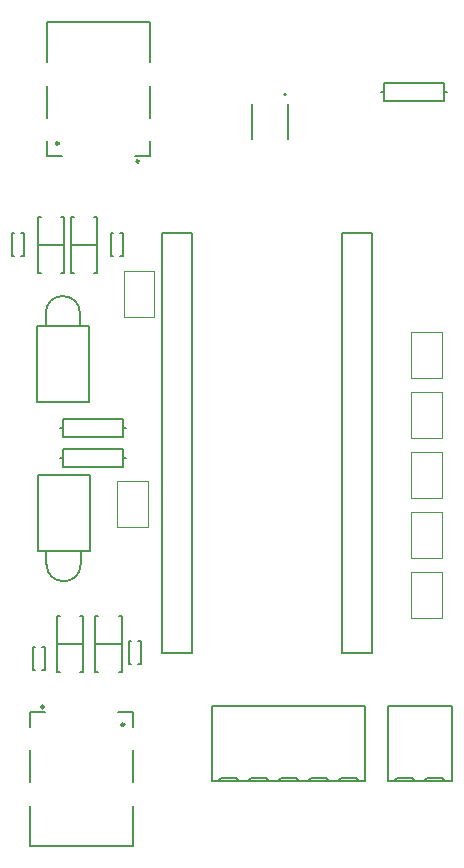
<source format=gto>
G04*
G04 #@! TF.GenerationSoftware,Altium Limited,Altium Designer,18.1.9 (240)*
G04*
G04 Layer_Color=65535*
%FSLAX25Y25*%
%MOIN*%
G70*
G01*
G75*
%ADD10C,0.00984*%
%ADD11C,0.00787*%
%ADD12C,0.00500*%
%ADD13C,0.00591*%
%ADD14C,0.00295*%
D10*
X375656Y204885D02*
G03*
X375656Y204885I-449J0D01*
G01*
X402427Y198980D02*
G03*
X402427Y198980I-449J0D01*
G01*
X407392Y386791D02*
G03*
X407392Y386791I-449J0D01*
G01*
X380621Y392697D02*
G03*
X380621Y392697I-449J0D01*
G01*
D11*
X456492Y408996D02*
G03*
X456492Y408996I-394J0D01*
G01*
X400355Y203192D02*
X405355D01*
X405354Y158468D02*
X405355Y171893D01*
Y179728D02*
Y190515D01*
Y198311D02*
Y203192D01*
X370945Y158468D02*
X405355D01*
X370945Y198311D02*
Y203192D01*
Y179728D02*
Y190515D01*
Y171893D02*
X370945Y158468D01*
X370945Y203192D02*
X375945D01*
X376796Y388484D02*
X381796D01*
X376796Y419783D02*
X376796Y433209D01*
X376796Y401161D02*
Y411949D01*
Y388484D02*
Y393366D01*
Y433209D02*
X411205D01*
Y388484D02*
Y393366D01*
Y401161D02*
Y411949D01*
X411205Y433209D02*
X411205Y419783D01*
X406205Y388484D02*
X411205D01*
X509000Y409903D02*
X509900D01*
X488100D02*
X489000D01*
X509000Y406903D02*
Y409903D01*
X489000Y406903D02*
X509000D01*
X489000D02*
Y412903D01*
X509000D01*
Y409903D02*
Y412903D01*
X475000Y362795D02*
X485000D01*
Y222795D02*
Y362795D01*
X475000Y222795D02*
X485000D01*
X475000D02*
Y230295D01*
Y362795D01*
X415000Y222900D02*
X425000D01*
X415000D02*
Y362900D01*
X425000D01*
Y355400D02*
Y362900D01*
Y222900D02*
Y355400D01*
X511236Y205298D02*
X511630D01*
Y180102D02*
Y205298D01*
X490370Y180102D02*
X511630D01*
X490370D02*
Y205298D01*
X511236D01*
X503500Y181200D02*
X508500D01*
X502500Y180102D02*
X503500Y181200D01*
X508500D02*
X509500Y180102D01*
X498500Y181200D02*
X499500Y180102D01*
X492500D02*
X493500Y181200D01*
X498500D01*
X459700D02*
X460700Y180102D01*
X453700D02*
X454700Y181200D01*
X459700D01*
X464700D02*
X469700D01*
X463700Y180102D02*
X464700Y181200D01*
X469700D02*
X470700Y180102D01*
X479700Y181200D02*
X480700Y180102D01*
X473700D02*
X474700Y181200D01*
X479700D01*
X431570Y205298D02*
X482436D01*
X431570Y180102D02*
Y205298D01*
Y180102D02*
X482830D01*
Y205298D01*
X482436D02*
X482830D01*
X444700Y181200D02*
X449700D01*
X443700Y180102D02*
X444700Y181200D01*
X449700D02*
X450700Y180102D01*
X439700Y181200D02*
X440700Y180102D01*
X433700D02*
X434700Y181200D01*
X439700D01*
X381100Y298000D02*
X382000D01*
X402000D02*
X402900D01*
X382000D02*
Y301000D01*
X402000D01*
Y295000D02*
Y301000D01*
X382000Y295000D02*
X402000D01*
X382000D02*
Y298000D01*
Y285000D02*
Y288000D01*
Y285000D02*
X402000D01*
Y291000D01*
X382000D02*
X402000D01*
X382000Y288000D02*
Y291000D01*
X402000Y288000D02*
X402900D01*
X381100D02*
X382000D01*
D12*
X387709Y336115D02*
G03*
X376291Y336115I-5709J0D01*
G01*
X376535Y252496D02*
G03*
X387953Y252496I5709J0D01*
G01*
X445094Y394094D02*
Y405905D01*
X456906Y394094D02*
Y405905D01*
X387709Y331784D02*
Y336115D01*
X376291Y331784D02*
Y336115D01*
X390661Y306587D02*
Y331784D01*
X373339D02*
X390661D01*
X373339Y306587D02*
Y331784D01*
Y306587D02*
X390661D01*
X376535Y252496D02*
Y256827D01*
X387953Y252496D02*
Y256827D01*
X373583D02*
Y282024D01*
Y256827D02*
X390905D01*
Y282024D01*
X373583D02*
X390905D01*
D13*
X368181Y355063D02*
X368969D01*
Y362937D01*
X368181D02*
X368969D01*
X365032D02*
X365819D01*
X365032Y355063D02*
Y362937D01*
Y355063D02*
X365819D01*
X372031Y224937D02*
X372819D01*
X372031Y217063D02*
Y224937D01*
Y217063D02*
X372819D01*
X375181D02*
X375969D01*
Y224937D01*
X375181D02*
X375969D01*
X379906Y226000D02*
X388764D01*
X387780Y235350D02*
X388764D01*
Y216650D02*
Y235350D01*
X387780Y216650D02*
X388764D01*
X379906D02*
X380890D01*
X379906D02*
Y235350D01*
X380890D01*
X392701Y226000D02*
X401559D01*
X400575Y235350D02*
X401559D01*
Y216650D02*
Y235350D01*
X400575Y216650D02*
X401559D01*
X392701D02*
X393685D01*
X392701D02*
Y235350D01*
X393685D01*
X373571Y359000D02*
X382429D01*
X373571Y349650D02*
X374555D01*
X373571D02*
Y368350D01*
X374555D01*
X381445D02*
X382429D01*
Y349650D02*
Y368350D01*
X381445Y349650D02*
X382429D01*
X384571Y359000D02*
X393429D01*
X384571Y349650D02*
X385555D01*
X384571D02*
Y368350D01*
X385555D01*
X392445D02*
X393429D01*
Y349650D02*
Y368350D01*
X392445Y349650D02*
X393429D01*
X398031Y355063D02*
X398819D01*
X398031D02*
Y362937D01*
X398819D01*
X401181D02*
X401968D01*
Y355063D02*
Y362937D01*
X401181Y355063D02*
X401968D01*
X404032Y226937D02*
X404819D01*
X404032Y219063D02*
Y226937D01*
Y219063D02*
X404819D01*
X407181D02*
X407969D01*
Y226937D01*
X407181D02*
X407969D01*
D14*
X498000Y330000D02*
X508236D01*
Y314646D02*
Y330000D01*
X498000Y314646D02*
X508236D01*
X498000D02*
Y330000D01*
Y310000D02*
X508236D01*
Y294646D02*
Y310000D01*
X498000Y294646D02*
X508236D01*
X498000D02*
Y310000D01*
Y290000D02*
X508236D01*
Y274646D02*
Y290000D01*
X498000Y274646D02*
X508236D01*
X498000D02*
Y290000D01*
Y270000D02*
X508236D01*
Y254646D02*
Y270000D01*
X498000Y254646D02*
X508236D01*
X498000D02*
Y270000D01*
Y250000D02*
X508236D01*
Y234646D02*
Y250000D01*
X498000Y234646D02*
X508236D01*
X498000D02*
Y250000D01*
X400059Y264898D02*
X410295D01*
X400059D02*
Y280252D01*
X410295D01*
Y264898D02*
Y280252D01*
X402264Y334898D02*
X412500D01*
X402264D02*
Y350252D01*
X412500D01*
Y334898D02*
Y350252D01*
M02*

</source>
